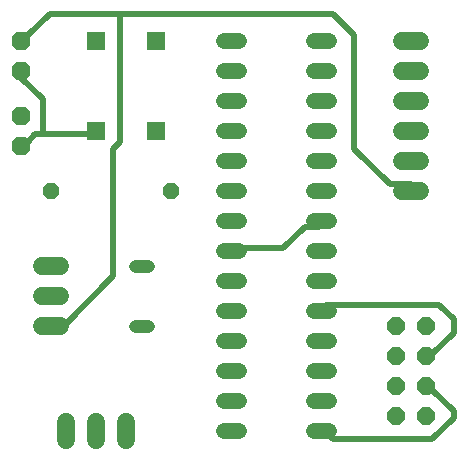
<source format=gbl>
G75*
%MOIN*%
%OFA0B0*%
%FSLAX25Y25*%
%IPPOS*%
%LPD*%
%AMOC8*
5,1,8,0,0,1.08239X$1,22.5*
%
%ADD10OC8,0.06300*%
%ADD11C,0.05200*%
%ADD12C,0.06000*%
%ADD13OC8,0.06000*%
%ADD14C,0.04400*%
%ADD15OC8,0.05200*%
%ADD16R,0.05906X0.05906*%
%ADD17C,0.01969*%
D10*
X0216000Y0231000D03*
X0216000Y0241000D03*
X0216000Y0256000D03*
X0216000Y0266000D03*
D11*
X0283400Y0266000D02*
X0288600Y0266000D01*
X0288600Y0256000D02*
X0283400Y0256000D01*
X0283400Y0246000D02*
X0288600Y0246000D01*
X0288600Y0236000D02*
X0283400Y0236000D01*
X0283400Y0226000D02*
X0288600Y0226000D01*
X0288600Y0216000D02*
X0283400Y0216000D01*
X0283400Y0206000D02*
X0288600Y0206000D01*
X0288600Y0196000D02*
X0283400Y0196000D01*
X0283400Y0186000D02*
X0288600Y0186000D01*
X0288600Y0176000D02*
X0283400Y0176000D01*
X0283400Y0166000D02*
X0288600Y0166000D01*
X0288600Y0156000D02*
X0283400Y0156000D01*
X0283400Y0146000D02*
X0288600Y0146000D01*
X0288600Y0136000D02*
X0283400Y0136000D01*
X0313400Y0136000D02*
X0318600Y0136000D01*
X0318600Y0146000D02*
X0313400Y0146000D01*
X0313400Y0156000D02*
X0318600Y0156000D01*
X0318600Y0166000D02*
X0313400Y0166000D01*
X0313400Y0176000D02*
X0318600Y0176000D01*
X0318600Y0186000D02*
X0313400Y0186000D01*
X0313400Y0196000D02*
X0318600Y0196000D01*
X0318600Y0206000D02*
X0313400Y0206000D01*
X0313400Y0216000D02*
X0318600Y0216000D01*
X0318600Y0226000D02*
X0313400Y0226000D01*
X0313400Y0236000D02*
X0318600Y0236000D01*
X0318600Y0246000D02*
X0313400Y0246000D01*
X0313400Y0256000D02*
X0318600Y0256000D01*
X0318600Y0266000D02*
X0313400Y0266000D01*
D12*
X0231000Y0139000D02*
X0231000Y0133000D01*
X0241000Y0133000D02*
X0241000Y0139000D01*
X0251000Y0139000D02*
X0251000Y0133000D01*
X0229000Y0171000D02*
X0223000Y0171000D01*
X0223000Y0181000D02*
X0229000Y0181000D01*
X0229000Y0191000D02*
X0223000Y0191000D01*
X0343000Y0216000D02*
X0349000Y0216000D01*
X0349000Y0226000D02*
X0343000Y0226000D01*
X0343000Y0236000D02*
X0349000Y0236000D01*
X0349000Y0246000D02*
X0343000Y0246000D01*
X0343000Y0256000D02*
X0349000Y0256000D01*
X0349000Y0266000D02*
X0343000Y0266000D01*
D13*
X0341000Y0171000D03*
X0351000Y0171000D03*
X0351000Y0161000D03*
X0351000Y0151000D03*
X0341000Y0151000D03*
X0341000Y0161000D03*
X0341000Y0141000D03*
X0351000Y0141000D03*
D14*
X0258200Y0171000D02*
X0253800Y0171000D01*
X0253800Y0191000D02*
X0258200Y0191000D01*
D15*
X0266000Y0216000D03*
X0226000Y0216000D03*
D16*
X0241000Y0236000D03*
X0261000Y0236000D03*
X0261000Y0266000D03*
X0241000Y0266000D03*
D17*
X0249031Y0275016D02*
X0249031Y0232496D01*
X0246669Y0230134D01*
X0246669Y0187614D01*
X0230134Y0171079D01*
X0227772Y0171079D01*
X0226000Y0171000D01*
X0286000Y0196000D02*
X0286827Y0197063D01*
X0303362Y0197063D01*
X0310449Y0204150D01*
X0315173Y0204150D01*
X0316000Y0206000D01*
X0338795Y0218323D02*
X0326984Y0230134D01*
X0326984Y0267929D01*
X0319898Y0275016D01*
X0249031Y0275016D01*
X0225409Y0275016D01*
X0218323Y0267929D01*
X0216000Y0266000D01*
X0216000Y0256000D02*
X0215961Y0253756D01*
X0223047Y0246669D01*
X0223047Y0234858D01*
X0239583Y0234858D01*
X0241000Y0236000D01*
X0223047Y0234858D02*
X0220685Y0234858D01*
X0218323Y0232496D01*
X0216000Y0231000D01*
X0316000Y0176000D02*
X0317535Y0178165D01*
X0355331Y0178165D01*
X0360055Y0173441D01*
X0360055Y0168717D01*
X0352969Y0161630D01*
X0351000Y0161000D01*
X0351000Y0151000D02*
X0352969Y0149819D01*
X0360055Y0142732D01*
X0360055Y0140370D01*
X0352969Y0133283D01*
X0319898Y0133283D01*
X0317535Y0135646D01*
X0316000Y0136000D01*
X0346000Y0216000D02*
X0345882Y0218323D01*
X0338795Y0218323D01*
M02*

</source>
